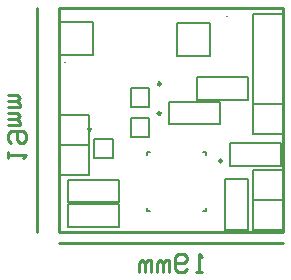
<source format=gto>
G04*
G04 #@! TF.GenerationSoftware,Altium Limited,Altium Designer,22.6.1 (34)*
G04*
G04 Layer_Color=65535*
%FSLAX44Y44*%
%MOMM*%
G71*
G04*
G04 #@! TF.SameCoordinates,FDA96D18-9E80-4915-BAA7-3A6B21B50570*
G04*
G04*
G04 #@! TF.FilePolarity,Positive*
G04*
G01*
G75*
%ADD10C,0.1000*%
%ADD11C,0.2500*%
%ADD12C,0.2540*%
%ADD13C,0.2000*%
D10*
X745730Y1064500D02*
G03*
X745730Y1064500I500J0D01*
G01*
X882730Y1103500D02*
G03*
X882730Y1103500I500J0D01*
G01*
D11*
X824830Y1046600D02*
G03*
X824830Y1046600I1250J0D01*
G01*
Y1021600D02*
G03*
X824830Y1021600I1250J0D01*
G01*
X765880Y1008350D02*
G03*
X765880Y1008350I1250J0D01*
G01*
X876641Y981430D02*
G03*
X876641Y981430I1250J0D01*
G01*
D12*
X930730Y921000D02*
X740730D01*
X930730Y1111000D02*
X740730D01*
Y921000D02*
Y1111000D01*
X930730Y921000D02*
Y1111000D01*
X722730Y921000D02*
Y1111000D01*
X930730Y912000D02*
X740730D01*
X862190Y887540D02*
X857112D01*
X859651D01*
Y902775D01*
X862190Y900236D01*
X849494Y890079D02*
X846955Y887540D01*
X841877D01*
X839337Y890079D01*
Y900236D01*
X841877Y902775D01*
X846955D01*
X849494Y900236D01*
Y897697D01*
X846955Y895157D01*
X839337D01*
X834259Y887540D02*
Y897697D01*
X831720D01*
X829181Y895157D01*
Y887540D01*
Y895157D01*
X826641Y897697D01*
X824102Y895157D01*
Y887540D01*
X819024D02*
Y897697D01*
X816485D01*
X813946Y895157D01*
Y887540D01*
Y895157D01*
X811406Y897697D01*
X808867Y895157D01*
Y887540D01*
X698270Y983540D02*
Y988618D01*
Y986079D01*
X713505D01*
X710966Y983540D01*
X700809Y996236D02*
X698270Y998775D01*
Y1003853D01*
X700809Y1006393D01*
X710966D01*
X713505Y1003853D01*
Y998775D01*
X710966Y996236D01*
X708427D01*
X705888Y998775D01*
Y1006393D01*
X698270Y1011471D02*
X708427D01*
Y1014010D01*
X705888Y1016549D01*
X698270D01*
X705888D01*
X708427Y1019089D01*
X705888Y1021628D01*
X698270D01*
Y1026706D02*
X708427D01*
Y1029245D01*
X705888Y1031784D01*
X698270D01*
X705888D01*
X708427Y1034324D01*
X705888Y1036863D01*
X698270D01*
D13*
X930430Y1105800D02*
X905030D01*
X930430Y1029600D02*
X905030D01*
X930430Y1004200D02*
X905030D01*
X930430D02*
Y1105800D01*
X905030Y1004200D02*
Y1105800D01*
X834140Y1012348D02*
Y1031652D01*
X877320Y1012348D02*
Y1031652D01*
Y1012348D02*
X834140D01*
X877320Y1031652D02*
X834140D01*
X801930Y1027000D02*
Y1043000D01*
X817530Y1027000D02*
X801930D01*
X817530Y1043000D02*
X801930D01*
X817530Y1027000D02*
Y1043000D01*
X801930Y1002000D02*
Y1018000D01*
X817530Y1002000D02*
X801930D01*
X817530Y1018000D02*
X801930D01*
X817530Y1002000D02*
Y1018000D01*
X791890Y925348D02*
X748710D01*
X791890Y944652D02*
X748710D01*
Y925348D02*
Y944652D01*
X791890Y925348D02*
Y944652D01*
Y946348D02*
X748710D01*
X791890Y965652D02*
X748710D01*
Y946348D02*
Y965652D01*
X791890Y946348D02*
Y965652D01*
X786730Y984200D02*
X770730D01*
X786730D02*
Y999800D01*
X770730Y984200D02*
Y999800D01*
X786730D02*
X770730D01*
X900782Y923290D02*
Y966470D01*
X881478Y923290D02*
Y966470D01*
X900782Y923290D02*
X881478D01*
X900782Y966470D02*
X881478D01*
X901320Y1033348D02*
X858140D01*
X901320Y1052652D02*
X858140D01*
Y1033348D02*
Y1052652D01*
X901320Y1033348D02*
Y1052652D01*
X929230Y977138D02*
X886050D01*
X929230Y996442D02*
X886050D01*
Y977138D02*
Y996442D01*
X929230Y977138D02*
Y996442D01*
X865330Y986430D02*
Y988930D01*
X862830D01*
X865330Y938930D02*
Y941430D01*
Y938930D02*
X862830D01*
X815330Y986430D02*
Y988930D01*
X817830D02*
X815330D01*
Y938930D02*
Y941430D01*
X817830Y938930D02*
X815330D01*
X930500Y923290D02*
Y974090D01*
Y923290D02*
X905100D01*
Y974090D01*
X930500D02*
X905100D01*
X930500Y948690D02*
X905100D01*
X741030Y969600D02*
Y1020400D01*
X766430D02*
X741030D01*
X766430Y969600D02*
Y1020400D01*
Y969600D02*
X741030D01*
X766430Y995000D02*
X741030D01*
X868700Y1070030D02*
Y1097970D01*
X840760D01*
Y1070030D02*
Y1097970D01*
X868700Y1070030D02*
X840760D01*
X769700Y1071030D02*
Y1098970D01*
X741760D01*
Y1071030D02*
Y1098970D01*
X769700Y1071030D02*
X741760D01*
M02*

</source>
